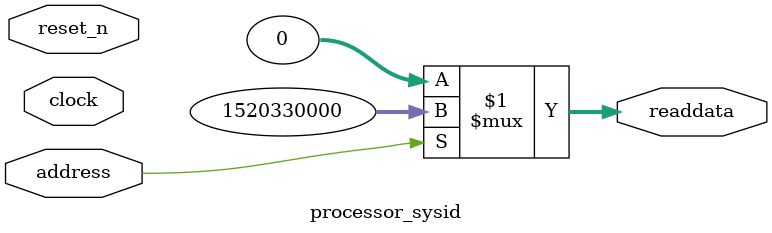
<source format=v>



// synthesis translate_off
`timescale 1ns / 1ps
// synthesis translate_on

// turn off superfluous verilog processor warnings 
// altera message_level Level1 
// altera message_off 10034 10035 10036 10037 10230 10240 10030 

module processor_sysid (
               // inputs:
                address,
                clock,
                reset_n,

               // outputs:
                readdata
             )
;

  output  [ 31: 0] readdata;
  input            address;
  input            clock;
  input            reset_n;

  wire    [ 31: 0] readdata;
  //control_slave, which is an e_avalon_slave
  assign readdata = address ? 1520330000 : 0;

endmodule



</source>
